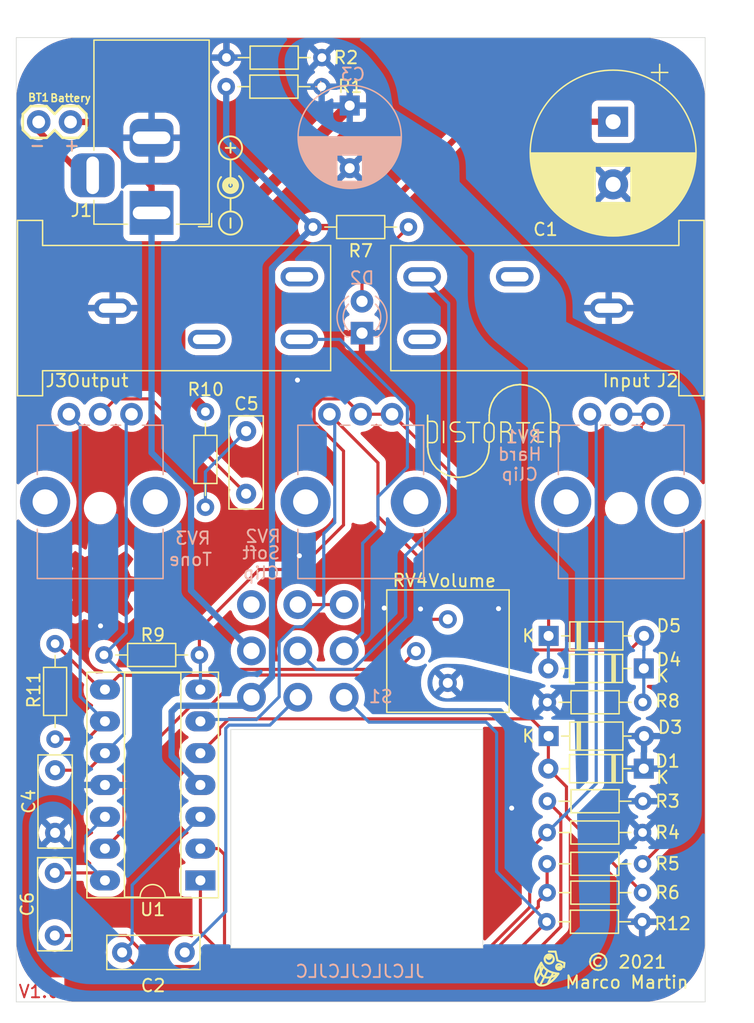
<source format=kicad_pcb>
(kicad_pcb (version 20221018) (generator pcbnew)
  (layers (0 "F.Cu" signal) (31 "B.Cu" signal) (34 "B.Paste" user) (35 "F.Paste" user) (36 "B.SilkS" user "B.Silkscreen") (37 "F.SilkS" user "F.Silkscreen") (38 "B.Mask" user) (39 "F.Mask" user) (44 "Edge.Cuts" user))
  (net 0 "")
  (net 1 "Net-(BT1-Pad2)")
  (net 2 "Net-(BT1-Pad1)")
  (net 3 "Net-(C1-Pad1)")
  (net 4 "Net-(C2-Pad2)")
  (net 5 "Net-(C2-Pad1)")
  (net 6 "GNDREF")
  (net 7 "Net-(C4-Pad1)")
  (net 8 "Net-(C5-Pad2)")
  (net 9 "Net-(C5-Pad1)")
  (net 10 "Net-(C6-Pad2)")
  (net 11 "Net-(C6-Pad1)")
  (net 12 "Net-(D1-Pad2)")
  (net 13 "Net-(D2-Pad2)")
  (net 14 "Net-(D4-Pad2)")
  (net 15 "Net-(D4-Pad1)")
  (net 16 "Net-(J2-PadT)")
  (net 17 "GND")
  (net 18 "Net-(J3-PadT)")
  (net 19 "Net-(R4-Pad2)")
  (net 20 "Net-(R5-Pad2)")
  (net 21 "Net-(R5-Pad1)")
  (net 22 "Net-(R11-Pad2)")
  (net 23 "Net-(R11-Pad1)")
  (net 24 "Net-(RV4-Pad2)")
  (net 25 "Net-(S1-PadP$6)")
  (net 26 "Net-(S1-PadP$3)")
  (footprint "Connectors:1X02" (layer "F.Cu") (at 68.33 72.74 180)
    (fp_text reference "BT1")
    (fp_text value "Battery")
  )
  (footprint "Capacitor_THT:CP_Radial_D13.0mm_P5.00mm" (layer "F.Cu") (at 111.65 72.72 -90)
    (fp_text reference "C1")
    (fp_text value "3300u")
  )
  (footprint "Capacitor_THT:C_Rect_L7.2mm_W2.5mm_P5.00mm_FKS2_FKP2_MKS2_MKP2" (layer "F.Cu") (at 72.45 139.05)
    (fp_text reference "C2")
    (fp_text value "1u")
  )
  (footprint "Capacitor_THT:C_Rect_L7.2mm_W2.5mm_P5.00mm_FKS2_FKP2_MKS2_MKP2" (layer "F.Cu") (at 67.1 124.5 -90)
    (fp_text reference "C4")
    (fp_text value "200n")
  )
  (footprint "Capacitor_THT:C_Rect_L7.2mm_W2.5mm_P5.00mm_FKS2_FKP2_MKS2_MKP2" (layer "F.Cu") (at 82.35 97.425 -90)
    (fp_text reference "C5")
    (fp_text value "200n")
  )
  (footprint "Capacitor_THT:C_Rect_L7.2mm_W2.5mm_P5.00mm_FKS2_FKP2_MKS2_MKP2" (layer "F.Cu") (at 67.075 137.7 90)
    (fp_text reference "C6")
    (fp_text value "1u")
  )
  (footprint "Diode_THT:D_DO-35_SOD27_P7.62mm_Horizontal" (layer "F.Cu") (at 114.1 124.375 180)
    (fp_text reference "D1")
    (fp_text value "1N4148")
  )
  (footprint "Diode_THT:D_DO-35_SOD27_P7.62mm_Horizontal" (layer "F.Cu") (at 106.5 121.775)
    (fp_text reference "D3")
    (fp_text value "1N4148")
  )
  (footprint "Diode_THT:D_DO-35_SOD27_P7.62mm_Horizontal" (layer "F.Cu") (at 114.1 116.375 180)
    (fp_text reference "D4")
    (fp_text value "1N4148")
  )
  (footprint "Diode_THT:D_DO-35_SOD27_P7.62mm_Horizontal" (layer "F.Cu") (at 106.5 113.775)
    (fp_text reference "D5")
    (fp_text value "1N4148")
  )
  (footprint "Connector_BarrelJack:BarrelJack_Horizontal" (layer "F.Cu") (at 74.8 80 -90)
    (fp_text reference "J1")
    (fp_text value "Barrel_Jack_Switch")
  )
  (footprint "Eurorack:Jack 6.35mm PJ603" (layer "F.Cu") (at 106.2 87.6 180)
    (fp_text reference "J2")
    (fp_text value "AudioJack2")
  )
  (footprint "Eurorack:Jack 6.35mm PJ603" (layer "F.Cu") (at 76.8 87.6)
    (fp_text reference "J3")
    (fp_text value "AudioJack2")
  )
  (footprint "Resistor_THT:R_Axial_DIN0204_L3.6mm_D1.6mm_P7.62mm_Horizontal" (layer "F.Cu") (at 80.76 69.92)
    (fp_text reference "R1")
    (fp_text value "4.8k")
  )
  (footprint "Resistor_THT:R_Axial_DIN0204_L3.6mm_D1.6mm_P7.62mm_Horizontal" (layer "F.Cu") (at 88.4 67.6 180)
    (fp_text reference "R2")
    (fp_text value "4.8k")
  )
  (footprint "Resistor_THT:R_Axial_DIN0204_L3.6mm_D1.6mm_P7.62mm_Horizontal" (layer "F.Cu") (at 106.4 126.975)
    (fp_text reference "R3")
    (fp_text value "10k")
  )
  (footprint "Resistor_THT:R_Axial_DIN0204_L3.6mm_D1.6mm_P7.62mm_Horizontal" (layer "F.Cu") (at 114 129.475 180)
    (fp_text reference "R4")
    (fp_text value "10k")
  )
  (footprint "Resistor_THT:R_Axial_DIN0204_L3.6mm_D1.6mm_P7.62mm_Horizontal" (layer "F.Cu") (at 114 131.975 180)
    (fp_text reference "R5")
    (fp_text value "68k")
  )
  (footprint "Resistor_THT:R_Axial_DIN0204_L3.6mm_D1.6mm_P7.62mm_Horizontal" (layer "F.Cu") (at 114 134.275 180)
    (fp_text reference "R6")
    (fp_text value "10k")
  )
  (footprint "Resistor_THT:R_Axial_DIN0204_L3.6mm_D1.6mm_P7.62mm_Horizontal" (layer "F.Cu") (at 87.69 81.13)
    (fp_text reference "R7")
    (fp_text value "1k")
  )
  (footprint "Resistor_THT:R_Axial_DIN0204_L3.6mm_D1.6mm_P7.62mm_Horizontal" (layer "F.Cu") (at 106.4 119.075)
    (fp_text reference "R8")
    (fp_text value "10k")
  )
  (footprint "Resistor_THT:R_Axial_DIN0204_L3.6mm_D1.6mm_P7.62mm_Horizontal" (layer "F.Cu") (at 71 115.3)
    (fp_text reference "R9")
    (fp_text value "1k")
  )
  (footprint "Resistor_THT:R_Axial_DIN0204_L3.6mm_D1.6mm_P7.62mm_Horizontal" (layer "F.Cu") (at 79.1 95.875 -90)
    (fp_text reference "R10")
    (fp_text value "220")
  )
  (footprint "Resistor_THT:R_Axial_DIN0204_L3.6mm_D1.6mm_P7.62mm_Horizontal" (layer "F.Cu") (at 67.1 114.4 -90)
    (fp_text reference "R11")
    (fp_text value "1k")
  )
  (footprint "Resistor_THT:R_Axial_DIN0204_L3.6mm_D1.6mm_P7.62mm_Horizontal" (layer "F.Cu") (at 106.35 136.6)
    (fp_text reference "R12")
    (fp_text value "10k")
  )
  (footprint "Potentiometer_THT:Potentiometer_Bourns_3386P_Vertical" (layer "F.Cu") (at 98.45 112.45 180)
    (fp_text reference "RV4")
    (fp_text value "100k")
  )
  (footprint "Package_DIP:DIP-14_W7.62mm_Socket_LongPads" (layer "F.Cu") (at 78.7 133.3 180)
    (fp_text reference "U1")
    (fp_text value "TL074")
  )
  (footprint "Symbol:OSHW-Symbol_6.7x6mm_Copper" (layer "F.Cu") (at 70.7 109.325)
    (fp_text reference "REF**" hide)
    (fp_text value "OSHW-Symbol_6.7x6mm_Copper" hide)
  )
  (footprint "Symbol:Symbol_Barrel_Polarity" (layer "F.Cu") (at 81.03 77.81 90)
    (fp_text reference "REF**" hide)
    (fp_text value "Symbol_Barrel_Polarity")
  )
  (footprint "MountingHole:MountingHole_2.1mm" (layer "F.Cu") (at 91.5 103.575)
    (fp_text reference "REF**" hide)
    (fp_text value "MountingHole_2.1mm" hide)
  )
  (footprint "MountingHole:MountingHole_2.1mm" (layer "F.Cu") (at 70.7 103.575)
    (fp_text reference "REF**" hide)
    (fp_text value "MountingHole_2.1mm" hide)
  )
  (footprint "MountingHole:MountingHole_2.1mm" (layer "F.Cu") (at 112.3 103.575)
    (fp_text reference "REF**" hide)
    (fp_text value "MountingHole_2.1mm" hide)
  )
  (footprint "Capacitor_THT:CP_Radial_D8.0mm_P5.00mm" (layer "B.Cu") (at 90.62 71.43 -90)
    (fp_text reference "C3")
    (fp_text value "47u")
  )
  (footprint "LED_THT:LED_D3.0mm" (layer "B.Cu") (at 91.6 89.6 90)
    (fp_text reference "D2")
    (fp_text value "LED")
  )
  (footprint "Potentiometer_THT:Potentiometer_Alps_RK09K_Single_Vertical" (layer "B.Cu") (at 114.8 96.075 -90)
    (fp_text reference "RV1")
    (fp_text value "500k")
  )
  (footprint "Potentiometer_THT:Potentiometer_Alps_RK09K_Single_Vertical" (layer "B.Cu") (at 94 96.075 -90)
    (fp_text reference "RV2")
    (fp_text value "500k")
  )
  (footprint "Potentiometer_THT:Potentiometer_Alps_RK09K_Single_Vertical" (layer "B.Cu") (at 73.2 96.075 -90)
    (fp_text reference "RV3")
    (fp_text value "10k")
  )
  (footprint "Eurorack:3PDT_Small" (layer "B.Cu") (at 86.475 114.975)
    (fp_text reference "S1")
    (fp_text value "SWITCH-3PDT-PTH-STOMP")
  )
  (gr_line (start 99.583576 98.222481) (end 99.435 98.25255) (stroke (width 0.126)) (layer "F.SilkS"))
  (gr_line (start 99.04683 97.485) (end 99.435 97.485) (stroke (width 0.126)) (layer "F.SilkS"))
  (gr_line (start 99.435 97.485) (end 99.583566 97.515065) (stroke (width 0.126)) (layer "F.SilkS"))
  (gr_line (start 99.786126 98.018424) (end 99.70464 98.140384) (stroke (width 0.126)) (layer "F.SilkS"))
  (gr_line (start 99.583566 97.515065) (end 99.70463 97.597155) (stroke (width 0.126)) (layer "F.SilkS"))
  (gr_line (start 99.786121 97.719109) (end 99.815967 97.868766) (stroke (width 0.126)) (layer "F.SilkS"))
  (gr_line (start 99.435 98.25255) (end 99.04683 98.25255) (stroke (width 0.126)) (layer "F.SilkS"))
  (gr_line (start 99.815967 97.868766) (end 99.786126 98.018424) (stroke (width 0.126)) (layer "F.SilkS"))
  (gr_line (start 99.70463 97.597155) (end 99.786121 97.719109) (stroke (width 0.126)) (layer "F.SilkS"))
  (gr_line (start 99.70464 98.140384) (end 99.583576 98.222481) (stroke (width 0.126)) (layer "F.SilkS"))
  (gr_line (start 101.479616 98.19281) (end 101.397519 98.071746) (stroke (width 0.126)) (layer "F.SilkS"))
  (gr_line (start 102.10917 96.976081) (end 102.139239 97.124657) (stroke (width 0.126)) (layer "F.SilkS"))
  (gr_line (start 101.371689 97.512827) (end 101.371689 97.124657) (stroke (width 0.126)) (layer "F.SilkS"))
  (gr_line (start 101.751234 98.304137) (end 101.601576 98.274296) (stroke (width 0.126)) (layer "F.SilkS"))
  (gr_line (start 101.371689 97.124657) (end 101.401754 96.976091) (stroke (width 0.126)) (layer "F.SilkS"))
  (gr_line (start 101.905113 96.773531) (end 102.027073 96.855017) (stroke (width 0.126)) (layer "F.SilkS"))
  (gr_line (start 102.022845 98.1928) (end 101.900891 98.274291) (stroke (width 0.126)) (layer "F.SilkS"))
  (gr_line (start 101.36745 97.92317) (end 101.36745 97.535) (stroke (width 0.126)) (layer "F.SilkS"))
  (gr_line (start 101.401754 96.976091) (end 101.483844 96.855027) (stroke (width 0.126)) (layer "F.SilkS"))
  (gr_line (start 101.605798 96.773536) (end 101.755455 96.74369) (stroke (width 0.126)) (layer "F.SilkS"))
  (gr_line (start 102.135 97.92317) (end 102.104935 98.071736) (stroke (width 0.126)) (layer "F.SilkS"))
  (gr_line (start 102.139239 97.124657) (end 102.139239 97.512827) (stroke (width 0.126)) (layer "F.SilkS"))
  (gr_line (start 101.900891 98.274291) (end 101.751234 98.304137) (stroke (width 0.126)) (layer "F.SilkS"))
  (gr_line (start 101.755455 96.74369) (end 101.905113 96.773531) (stroke (width 0.126)) (layer "F.SilkS"))
  (gr_line (start 102.104935 98.071736) (end 102.022845 98.1928) (stroke (width 0.126)) (layer "F.SilkS"))
  (gr_line (start 101.601576 98.274296) (end 101.479616 98.19281) (stroke (width 0.126)) (layer "F.SilkS"))
  (gr_line (start 101.483844 96.855027) (end 101.605798 96.773536) (stroke (width 0.126)) (layer "F.SilkS"))
  (gr_line (start 101.397519 98.071746) (end 101.36745 97.92317) (stroke (width 0.126)) (layer "F.SilkS"))
  (gr_line (start 102.135 97.535) (end 102.135 97.92317) (stroke (width 0.126)) (layer "F.SilkS"))
  (gr_line (start 102.027073 96.855017) (end 102.10917 96.976081) (stroke (width 0.126)) (layer "F.SilkS"))
  (gr_line (start 102.171993 94.784573) (end 102.471303 94.42151) (stroke (width 0.126)) (layer "F.SilkS"))
  (gr_line (start 107.116242 96.756977) (end 107.237306 96.839067) (stroke (width 0.126)) (layer "F.SilkS"))
  (gr_line (start 107.237473 97.607397) (end 107.318986 97.729351) (stroke (width 0.126)) (layer "F.SilkS"))
  (gr_line (start 106.107715 141.675941) (end 106.014461 141.689044) (stroke (width 0.165375)) (layer "F.SilkS"))
  (gr_line (start 97.221064 96.640631) (end 97.370704 96.668808) (stroke (width 0.126)) (layer "F.SilkS"))
  (gr_line (start 105.166211 93.896368) (end 105.583303 94.1222) (stroke (width 0.126)) (layer "F.SilkS"))
  (gr_line (start 107.116304 97.525307) (end 107.237473 97.607397) (stroke (width 0.126)) (layer "F.SilkS"))
  (gr_line (start 106.640975 139.278227) (end 106.67635 139.330643) (stroke (width 0.165375)) (layer "F.SilkS"))
  (gr_line (start 106.67635 139.330643) (end 106.689338 139.378838) (stroke (width 0.165375)) (layer "F.SilkS"))
  (gr_line (start 106.689338 139.394892) (end 106.689338 139.394892) (stroke (width 0.165375)) (layer "F.SilkS"))
  (gr_line (start 106.34686 139.875582) (end 106.293709 139.831713) (stroke (width 0.165375)) (layer "F.SilkS"))
  (gr_line (start 103.351793 97.581587) (end 103.433305 97.703541) (stroke (width 0.126)) (layer "F.SilkS"))
  (gr_line (start 107.514313 140.330285) (end 107.486971 140.363433) (stroke (width 0.165375)) (layer "F.SilkS"))
  (gr_line (start 105.705077 140.212485) (end 105.80044 140.047499) (stroke (width 0.165375)) (layer "F.SilkS"))
  (gr_line (start 103.230624 97.499497) (end 103.351793 97.581587) (stroke (width 0.126)) (layer "F.SilkS"))
  (gr_line (start 107.221352 140.738619) (end 107.281507 140.744321) (stroke (width 0.165375)) (layer "F.SilkS"))
  (gr_line (start 107.333335 140.216129) (end 107.343373 140.216129) (stroke (width 0.165375)) (layer "F.SilkS"))
  (gr_line (start 107.416001 140.391584) (end 107.383357 140.413634) (stroke (width 0.165375)) (layer "F.SilkS"))
  (gr_line (start 107.224943 140.778782) (end 107.114252 140.842464) (stroke (width 0.165375)) (layer "F.SilkS"))
  (gr_line (start 98.876091 97.443246) (end 98.755027 97.361156) (stroke (width 0.126)) (layer "F.SilkS"))
  (gr_line (start 105.932601 139.92531) (end 106.010474 140.069906) (stroke (width 0.165375)) (layer "F.SilkS"))
  (gr_line (start 106.845935 139.77851) (end 106.802014 139.831713) (stroke (width 0.165375)) (layer "F.SilkS"))
  (gr_line (start 106.410148 141.56816) (end 106.306128 141.615728) (stroke (width 0.165375)) (layer "F.SilkS"))
  (gr_line (start 97.261317 100.035) (end 97.035485 99.617908) (stroke (width 0.126)) (layer "F.SilkS"))
  (gr_line (start 104.704813 93.753738) (end 105.166211 93.896368) (stroke (width 0.126)) (layer "F.SilkS"))
  (gr_line (start 107.764685 139.892844) (end 107.726402 140.222796) (stroke (width 0.165375)) (layer "F.SilkS"))
  (gr_line (start 105.30402 97.141215) (end 105.333861 96.991557) (stroke (width 0.126)) (layer "F.SilkS"))
  (gr_line (start 106.195728 139.65) (end 106.188437 139.595652) (stroke (width 0.165375)) (layer "F.SilkS"))
  (gr_line (start 105.415357 98.174826) (end 105.333866 98.052872) (stroke (width 0.126)) (layer "F.SilkS"))
  (gr_line (start 106.52978 139.936986) (end 106.475432 139.929636) (stroke (width 0.165375)) (layer "F.SilkS"))
  (gr_line (start 107.065154 141.026869) (end 106.955209 141.148549) (stroke (width 0.165375)) (layer "F.SilkS"))
  (gr_line (start 96.86 96.647771) (end 97.221064 96.640631) (stroke (width 0.126)) (layer "F.SilkS"))
  (gr_line (start 106.547893 139.218135) (end 106.565953 139.218135) (stroke (width 0.165375)) (layer "F.SilkS"))
  (gr_line (start 103.230562 97.438568) (end 103.081997 97.468633) (stroke (width 0.126)) (layer "F.SilkS"))
  (gr_line (start 100.672627 100.697373) (end 100.255535 100.923205) (stroke (width 0.126)) (layer "F.SilkS"))
  (gr_line (start 97.221064 98.348258) (end 96.837298 98.341091) (stroke (width 0.126)) (layer "F.SilkS"))
  (gr_line (start 106.475432 139.225422) (end 106.52978 139.218135) (stroke (width 0.165375)) (layer "F.SilkS"))
  (gr_line (start 98.755017 96.817927) (end 98.876081 96.73583) (stroke (width 0.126)) (layer "F.SilkS"))
  (gr_line (start 97.560627 100.398063) (end 97.261317 100.035) (stroke (width 0.126)) (layer "F.SilkS"))
  (gr_line (start 107.104729 140.193806) (end 107.109233 140.159954) (stroke (width 0.165375)) (layer "F.SilkS"))
  (gr_line (start 101.753167 98.341091) (end 101.753167 98.660531) (stroke (width 0.126)) (layer "F.SilkS"))
  (gr_line (start 106.359334 139.410905) (end 106.359334 139.394892) (stroke (width 0.165375)) (layer "F.SilkS"))
  (gr_line (start 106.292456 141.050055) (end 106.182284 141.020888) (stroke (width 0.165375)) (layer "F.SilkS"))
  (gr_line (start 106.359334 139.394892) (end 106.359334 139.378838) (stroke (width 0.165375)) (layer "F.SilkS"))
  (gr_line (start 107.534998 140.117912) (end 107.548049 140.159954) (stroke (width 0.165375)) (layer "F.SilkS"))
  (gr_line (start 105.333861 96.991557) (end 105.415347 96.869597) (stroke (width 0.126)) (layer "F.SilkS"))
  (gr_line (start 101.560832 99.617908) (end 101.335 100.035) (stroke (width 0.126)) (layer "F.SilkS"))
  (gr_line (start 106.614138 95.663063) (end 106.663843 96.159041) (stroke (width 0.126)) (layer "F.SilkS"))
  (gr_line (start 98.673531 96.939887) (end 98.755017 96.817927) (stroke (width 0.126)) (layer "F.SilkS"))
  (gr_line (start 106.205126 141.65156) (end 106.107715 141.675941) (stroke (width 0.165375)) (layer "F.SilkS"))
  (gr_line (start 103.081997 97.468633) (end 102.693827 97.468622) (stroke (width 0.126)) (layer "F.SilkS"))
  (gr_line (start 107.318986 97.729351) (end 107.348644 97.879007) (stroke (width 0.126)) (layer "F.SilkS"))
  (gr_line (start 102.784817 97.469431) (end 103.081997 97.469431) (stroke (width 0.126)) (layer "F.SilkS"))
  (gr_line (start 101.703462 99.15651) (end 101.560832 99.617908) (stroke (width 0.126)) (layer "F.SilkS"))
  (gr_line (start 101.753827 96.685) (end 101.753827 96.159041) (stroke (width 0.126)) (layer "F.SilkS"))
  (gr_line (start 106.748873 139.279487) (end 106.802014 139.323408) (stroke (width 0.165375)) (layer "F.SilkS"))
  (gr_line (start 106.822016 140.976056) (end 106.679993 141.020602) (stroke (width 0.165375)) (layer "F.SilkS"))
  (gr_line (start 106.273259 140.378543) (end 106.4359 140.495208) (stroke (width 0.165375)) (layer "F.SilkS"))
  (gr_line (start 105.848234 140.34698) (end 105.864242 140.139563) (stroke (width 0.165375)) (layer "F.SilkS"))
  (gr_line (start 101.946161 95.201665) (end 102.171993 94.784573) (stroke (width 0.126)) (layer "F.SilkS"))
  (gr_line (start 106.52431 139.559879) (end 106.508245 139.559879) (stroke (width 0.165375)) (layer "F.SilkS"))
  (gr_line (start 107.104729 140.205135) (end 107.104729 140.193806) (stroke (width 0.165375)) (layer "F.SilkS"))
  (gr_line (start 105.536421 98.256916) (end 105.415357 98.174826) (stroke (width 0.126)) (layer "F.SilkS"))
  (gr_line (start 105.428393 141.142567) (end 105.430045 141.035128) (stroke (width 0.165375)) (layer "F.SilkS"))
  (gr_line (start 98.755027 97.361156) (end 98.673536 97.239202) (stroke (width 0.126)) (layer "F.SilkS"))
  (gr_line (start 107.248579 140.358887) (end 107.240546 140.328857) (stroke (width 0.165375)) (layer "F.SilkS"))
  (gr_line (start 107.33995 139.981191) (end 107.373791 139.985696) (stroke (width 0.165375)) (layer "F.SilkS"))
  (gr_line (start 97.574758 96.872481) (end 97.60483 97.021601) (stroke (width 0.126)) (layer "F.SilkS"))
  (gr_line (start 106.245676 94.784573) (end 106.471508 95.201665) (stroke (width 0.126)) (layer "F.SilkS"))
  (gr_line (start 99.794137 101.065835) (end 99.298159 101.115539) (stroke (width 0.126)) (layer "F.SilkS"))
  (gr_line (start 106.407926 139.908741) (end 106.34686 139.875582) (stroke (width 0.165375)) (layer "F.SilkS"))
  (gr_line (start 106.412369 140.508596) (end 105.817245 141.675315) (stroke (width 0.165375)) (layer "F.SilkS"))
  (gr_line (start 107.548049 140.250254) (end 107.534998 140.292296) (stroke (width 0.165375)) (layer "F.SilkS"))
  (gr_line (start 101.753167 98.660531) (end 101.703462 99.15651) (stroke (width 0.126)) (layer "F.SilkS"))
  (gr_line (start 102.171987 94.784573) (end 101.946155 95.201665) (stroke (width 0.126)) (layer "F.SilkS"))
  (gr_line (start 101.753167 98.660531) (end 101.703462 99.15651) (stroke (width 0.126)) (layer "F.SilkS"))
  (gr_line (start 101.803525 95.663063) (end 101.753821 96.159041) (stroke (width 0.126)) (layer "F.SilkS"))
  (gr_line (start 96.892855 99.15651) (end 96.843151 98.660531) (stroke (width 0.126)) (layer "F.SilkS"))
  (gr_line (start 105.925937 141.691037) (end 105.842766 141.682093) (stroke (width 0.165375)) (layer "F.SilkS"))
  (gr_line (start 107.317343 139.981191) (end 107.328673 139.981191) (stroke (width 0.165375)) (layer "F.SilkS"))
  (gr_line (start 105.559074 140.519306) (end 105.624812 140.369817) (stroke (width 0.165375)) (layer "F.SilkS"))
  (gr_line (start 101.03569 100.398063) (end 100.672627 100.697373) (stroke (width 0.126)) (layer "F.SilkS"))
  (gr_line (start 107.281507 140.744321) (end 107.255582 140.781911) (stroke (width 0.165375)) (layer "F.SilkS"))
  (gr_poly (pts (xy 106.689338 139.378838) (xy 106.52431 139.559879) (xy 106.508245 139.559879) (xy 106.35 139.4) (xy 106.508245 139.229927)) (stroke (width 0.1)) (fill solid) (layer "F.SilkS"))
  (gr_line (start 105.30402 97.903215) (end 105.333861 97.753557) (stroke (width 0.126)) (layer "F.SilkS"))
  (gr_line (start 105.624812 140.369817) (end 105.705077 140.212485) (stroke (width 0.165375)) (layer "F.SilkS"))
  (gr_line (start 105.630851 141.591802) (end 105.574682 141.541159) (stroke (width 0.165375)) (layer "F.SilkS"))
  (gr_line (start 107.283491 140.424512) (end 107.241449 140.41146) (stroke (width 0.165375)) (layer "F.SilkS"))
  (gr_line (start 106.820819 140.660405) (end 107.04196 140.711792) (stroke (width 0.165375)) (layer "F.SilkS"))
  (gr_line (start 103.251458 93.896368) (end 103.712856 93.753738) (stroke (width 0.126)) (layer "F.SilkS"))
  (gr_line (start 103.081997 96.701101) (end 103.230562 96.731167) (stroke (width 0.126)) (layer "F.SilkS"))
  (gr_line (start 98.340782 100.923205) (end 97.92369 100.697373) (stroke (width 0.126)) (layer "F.SilkS"))
  (gr_line (start 97.261317 100.035) (end 97.035485 99.617908) (stroke (width 0.126)) (layer "F.SilkS"))
  (gr_line (start 107.415823 139.998747) (end 107.453822 140.019432) (stroke (width 0.165375)) (layer "F.SilkS"))
  (gr_line (start 106.413396 141.058883) (end 106.292456 141.050055) (stroke (width 0.165375)) (layer "F.SilkS"))
  (gr_line (start 105.415357 97.412826) (end 105.333866 97.290872) (stroke (width 0.126)) (layer "F.SilkS"))
  (gr_line (start 106.679993 141.020602) (end 106.543168 141.04863) (stroke (width 0.165375)) (layer "F.SilkS"))
  (gr_line (start 98.673536 97.239202) (end 98.64369 97.089545) (stroke (width 0.126)) (layer "F.SilkS"))
  (gr_line (start 100.255535 100.923205) (end 99.794137 101.065835) (stroke (width 0.126)) (layer "F.SilkS"))
  (gr_line (start 106.90735 139.577592) (end 106.90735 139.595652) (stroke (width 0.165375)) (layer "F.SilkS"))
  (gr_line (start 106.967336 140.916237) (end 106.822016 140.976056) (stroke (width 0.165375)) (layer "F.SilkS"))
  (gr_line (start 107.204951 139.689522) (end 107.764685 139.892844) (stroke (width 0.165375)) (layer "F.SilkS"))
  (gr_line (start 107.486971 140.046774) (end 107.514313 140.079923) (stroke (width 0.165375)) (layer "F.SilkS"))
  (gr_line (start 106.565953 139.218135) (end 106.620301 139.225422) (stroke (width 0.165375)) (layer "F.SilkS"))
  (gr_line (start 106.188437 139.55948) (end 106.195728 139.505132) (stroke (width 0.165375)) (layer "F.SilkS"))
  (gr_line (start 105.684987 97.519431) (end 106.073157 97.519431) (stroke (width 0.126)) (layer "F.SilkS"))
  (gr_line (start 97.035485 99.617908) (end 96.892855 99.15651) (stroke (width 0.126)) (layer "F.SilkS"))
  (gr_line (start 107.20346 140.019432) (end 107.241449 139.998747) (stroke (width 0.165375)) (layer "F.SilkS"))
  (gr_line (start 104.208829 93.704033) (end 103.71285 93.753738) (stroke (width 0.126)) (layer "F.SilkS"))
  (gr_line (start 107.14297 140.079923) (end 107.170312 140.046774) (stroke (width 0.165375)) (layer "F.SilkS"))
  (gr_line (start 106.521401 138.98241) (end 107.048785 138.988332) (stroke (width 0.165375)) (layer "F.SilkS"))
  (gr_line (start 106.687805 139.246338) (end 106.748873 139.279487) (stroke (width 0.165375)) (layer "F.SilkS"))
  (gr_line (start 106.640975 139.511568) (end 106.588507 139.54688) (stroke (width 0.165375)) (layer "F.SilkS"))
  (gr_line (start 106.689338 139.378838) (end 106.689338 139.394892) (stroke (width 0.165375)) (layer "F.SilkS"))
  (gr_line (start 107.548049 140.159954) (end 107.552596 140.193806) (stroke (width 0.165375)) (layer "F.SilkS"))
  (gr_line (start 106.516561 141.508745) (end 106.410148 141.56816) (stroke (width 0.165375)) (layer "F.SilkS"))
  (gr_line (start 107.343373 140.421719) (end 107.333335 140.421719) (stroke (width 0.165375)) (layer "F.SilkS"))
  (gr_line (start 106.216634 139.437627) (end 106.249788 139.37657) (stroke (width 0.165375)) (layer "F.SilkS"))
  (gr_line (start 97.60483 97.967291) (end 97.574759 98.116413) (stroke (width 0.126)) (layer "F.SilkS"))
  (gr_line (start 107.317343 140.429058) (end 107.283491 140.424512) (stroke (width 0.165375)) (layer "F.SilkS"))
  (gr_line (start 103.956477 96.757431) (end 104.972487 96.757431) (stroke (width 0.126)) (layer "F.SilkS"))
  (gr_line (start 105.684987 97.524981) (end 105.536421 97.494916) (stroke (width 0.126)) (layer "F.SilkS"))
  (gr_line (start 106.249788 139.77851) (end 106.216634 139.717452) (stroke (width 0.165375)) (layer "F.SilkS"))
  (gr_line (start 106.407926 139.246338) (end 106.475432 139.225422) (stroke (width 0.165375)) (layer "F.SilkS"))
  (gr_line (start 103.71285 93.753738) (end 103.251452 93.896368) (stroke (width 0.126)) (layer "F.SilkS"))
  (gr_line (start 103.251452 93.896368) (end 102.83436 94.1222) (stroke (width 0.126)) (layer "F.SilkS"))
  (gr_line (start 106.748873 139.875582) (end 106.687805 139.908741) (stroke (width 0.165375)) (layer "F.SilkS"))
  (gr_line (start 107.122285 140.117912) (end 107.14297 140.079923) (stroke (width 0.165375)) (layer "F.SilkS"))
  (gr_line (start 97.574759 98.116413) (end 97.49266 98.238404) (stroke (width 0.126)) (layer "F.SilkS"))
  (gr_line (start 100.672627 100.697373) (end 100.255535 100.923205) (stroke (width 0.126)) (layer "F.SilkS"))
  (gr_line (start 103.351626 96.813257) (end 103.433117 96.935211) (stroke (width 0.126)) (layer "F.SilkS"))
  (gr_line (start 106.195728 139.505132) (end 106.216634 139.437627) (stroke (width 0.165375)) (layer "F.SilkS"))
  (gr_line (start 107.260874 140.756049) (end 107.224943 140.778782) (stroke (width 0.165375)) (layer "F.SilkS"))
  (gr_line (start 105.583297 94.1222) (end 105.166205 93.896368) (stroke (width 0.126)) (layer "F.SilkS"))
  (gr_line (start 106.565953 139.936986) (end 106.547893 139.936986) (stroke (width 0.165375)) (layer "F.SilkS"))
  (gr_line (start 106.293709 139.831713) (end 106.249788 139.77851) (stroke (width 0.165375)) (layer "F.SilkS"))
  (gr_line (start 107.446136 140.318892) (end 107.446136 140.328857) (stroke (width 0.165375)) (layer "F.SilkS"))
  (gr_line (start 107.270618 140.246201) (end 107.303326 140.224161) (stroke (width 0.165375)) (layer "F.SilkS"))
  (gr_line (start 99.024657 97.473311) (end 98.876091 97.443246) (stroke (width 0.126)) (layer "F.SilkS"))
  (gr_line (start 106.24567 94.784573) (end 105.94636 94.42151) (stroke (width 0.126)) (layer "F.SilkS"))
  (gr_line (start 107.303326 140.413634) (end 107.270618 140.391584) (stroke (width 0.165375)) (layer "F.SilkS"))
  (gr_line (start 97.92369 100.697373) (end 97.560627 100.398063) (stroke (width 0.126)) (layer "F.SilkS"))
  (gr_line (start 105.885034 140.675157) (end 105.855754 140.525049) (stroke (width 0.165375)) (layer "F.SilkS"))
  (gr_line (start 105.892896 139.960632) (end 105.905598 139.901664) (stroke (width 0.165375)) (layer "F.SilkS"))
  (gr_line (start 106.689338 139.410905) (end 106.67635 139.45911) (stroke (width 0.165375)) (layer "F.SilkS"))
  (gr_line (start 107.240546 140.318892) (end 107.240546 140.318892) (stroke (width 0.165375)) (layer "F.SilkS"))
  (gr_line (start 106.084586 140.970071) (end 106.001245 140.896361) (stroke (width 0.165375)) (layer "F.SilkS"))
  (gr_line (start 106.90735 139.595652) (end 106.9 139.65) (stroke (width 0.165375)) (layer "F.SilkS"))
  (gr_line (start 106.588507 139.242863) (end 106.640975 139.278227) (stroke (width 0.165375)) (layer "F.SilkS"))
  (gr_line (start 103.433305 97.703541) (end 103.462964 97.853197) (stroke (width 0.126)) (layer "F.SilkS"))
  (gr_line (start 105.94636 94.42151) (end 105.583297 94.1222) (stroke (width 0.126)) (layer "F.SilkS"))
  (gr_line (start 104.208835 93.704033) (end 104.704813 93.753738) (stroke (width 0.126)) (layer "F.SilkS"))
  (gr_line (start 97.035485 99.617908) (end 96.892855 99.15651) (stroke (width 0.126)) (layer "F.SilkS"))
  (gr_line (start 106.010474 140.069906) (end 106.131242 140.237255) (stroke (width 0.165375)) (layer "F.SilkS"))
  (gr_line (start 106.372265 139.45911) (end 106.359334 139.410905) (stroke (width 0.165375)) (layer "F.SilkS"))
  (gr_line (start 105.583303 94.1222) (end 105.946366 94.42151) (stroke (width 0.126)) (layer "F.SilkS"))
  (gr_line (start 102.471297 94.42151) (end 102.171987 94.784573) (stroke (width 0.126)) (layer "F.SilkS"))
  (gr_line (start 105.934139 140.79849) (end 105.885034 140.675157) (stroke (width 0.165375)) (layer "F.SilkS"))
  (gr_line (start 107.348644 97.110677) (end 107.318798 97.260331) (stroke (width 0.126)) (layer "F.SilkS"))
  (gr_line (start 106.620301 139.929636) (end 106.565953 139.936986) (stroke (width 0.165375)) (layer "F.SilkS"))
  (gr_line (start 106.614132 95.663063) (end 106.471502 95.201665) (stroke (width 0.126)) (layer "F.SilkS"))
  (gr_line (start 106.664167 97.495241) (end 106.967677 97.495241) (stroke (width 0.126)) (layer "F.SilkS"))
  (gr_line (start 107.534998 140.292296) (end 107.514313 140.330285) (stroke (width 0.165375)) (layer "F.SilkS"))
  (gr_line (start 107.416001 140.246201) (end 107.438051 140.278856) (stroke (width 0.165375)) (layer "F.SilkS"))
  (gr_line (start 106.46005 139.54688) (end 106.407641 139.511568) (stroke (width 0.165375)) (layer "F.SilkS"))
  (gr_line (start 105.166205 93.896368) (end 104.704807 93.753738) (stroke (width 0.126)) (layer "F.SilkS"))
  (gr_line (start 105.536421 97.494916) (end 105.415357 97.412826) (stroke (width 0.126)) (layer "F.SilkS"))
  (gr_line (start 106.073157 98.286981) (end 105.684987 98.286981) (stroke (width 0.126)) (layer "F.SilkS"))
  (gr_line (start 106.879094 139.717452) (end 106.845935 139.77851) (stroke (width 0.165375)) (layer "F.SilkS"))
  (gr_line (start 106.4359 140.495208) (end 106.618642 140.588679) (stroke (width 0.165375)) (layer "F.SilkS"))
  (gr_line (start 105.684987 96.757431) (end 106.073157 96.757431) (stroke (width 0.126)) (layer "F.SilkS"))
  (gr_line (start 97.49266 98.238404) (end 97.370705 98.320081) (stroke (width 0.126)) (layer "F.SilkS"))
  (gr_line (start 106.689338 139.394892) (end 106.689338 139.410905) (stroke (width 0.165375)) (layer "F.SilkS"))
  (gr_line (start 100.483507 96.735) (end 100.483507 98.341091) (stroke (width 0.126)) (layer "F.SilkS"))
  (gr_line (start 106.687805 139.908741) (end 106.620301 139.929636) (stroke (width 0.165375)) (layer "F.SilkS"))
  (gr_line (start 105.415347 96.869597) (end 105.536411 96.7875) (stroke (width 0.126)) (layer "F.SilkS"))
  (gr_line (start 106.293709 139.323408) (end 106.34686 139.279487) (stroke (width 0.165375)) (layer "F.SilkS"))
  (gr_line (start 106.860236 140.685353) (end 106.424162 141.55745) (stroke (width 0.165375)) (layer "F.SilkS"))
  (gr_line (start 101.703462 99.15651) (end 101.560832 99.617908) (stroke (width 0.126)) (layer "F.SilkS"))
  (gr_line (start 105.864242 140.139563) (end 105.892896 139.960632) (stroke (width 0.165375)) (layer "F.SilkS"))
  (gr_line (start 107.343373 140.216129) (end 107.353337 140.216129) (stroke (width 0.165375)) (layer "F.SilkS"))
  (gr_line (start 98.876081 96.73583) (end 99.024657 96.705761) (stroke (width 0.126)) (layer "F.SilkS"))
  (gr_line (start 106.306128 141.615728) (end 106.205126 141.65156) (stroke (width 0.165375)) (layer "F.SilkS"))
  (gr_line (start 107.353337 140.216129) (end 107.383357 140.224161) (stroke (width 0.165375)) (layer "F.SilkS"))
  (gr_line (start 106.188437 139.595652) (end 106.188437 139.577592) (stroke (width 0.165375)) (layer "F.SilkS"))
  (gr_line (start 107.14297 140.330285) (end 107.122285 140.292296) (stroke (width 0.165375)) (layer "F.SilkS"))
  (gr_line (start 106.663836 96.159041) (end 106.614132 95.663063) (stroke (width 0.126)) (layer "F.SilkS"))
  (gr_line (start 102.693827 96.701101) (end 103.081997 96.701101) (stroke (width 0.126)) (layer "F.SilkS"))
  (gr_line (start 106.508245 139.229927) (end 106.52431 139.229927) (stroke (width 0.165375)) (layer "F.SilkS"))
  (gr_line (start 105.333866 98.052872) (end 105.30402 97.903215) (stroke (width 0.126)) (layer "F.SilkS"))
  (gr_line (start 106.663843 96.159041) (end 106.663836 98.660531) (stroke (width 0.126)) (layer "F.SilkS"))
  (gr_line (start 106.9 139.505132) (end 106.90735 139.55948) (stroke (width 0.165375)) (layer "F.SilkS"))
  (gr_line (start 107.20346 140.390775) (end 107.170312 140.363433) (stroke (width 0.165375)) (layer "F.SilkS"))
  (gr_line (start 107.255582 140.781911) (end 107.174113 140.892203) (stroke (width 0.165375)) (layer "F.SilkS"))
  (gr_line (start 107.048785 138.988332) (end 107.204951 139.689522) (stroke (width 0.165375)) (layer "F.SilkS"))
  (gr_line (start 107.446136 140.308865) (end 107.446136 140.318892) (stroke (width 0.165375)) (layer "F.SilkS"))
  (gr_line (start 106.372265 139.330643) (end 106.407641 139.278227) (stroke (width 0.165375)) (layer "F.SilkS"))
  (gr_line (start 107.04196 140.711792) (end 107.221352 140.738619) (stroke (width 0.165375)) (layer "F.SilkS"))
  (gr_line (start 103.433117 96.935211) (end 103.462964 97.084867) (stroke (width 0.126)) (layer "F.SilkS"))
  (gr_line (start 107.240546 140.318892) (end 107.240546 140.308865) (stroke (width 0.165375)) (layer "F.SilkS"))
  (gr_line (start 106.802014 139.831713) (end 106.748873 139.875582) (stroke (width 0.165375)) (layer "F.SilkS"))
  (gr_line (start 99.298159 101.115539) (end 98.80218 101.065835) (stroke (width 0.126)) (layer "F.SilkS"))
  (gr_line (start 105.415347 97.631597) (end 105.536411 97.5495) (stroke (width 0.126)) (layer "F.SilkS"))
  (gr_line (start 105.443375 140.918862) (end 105.468953 140.794049) (stroke (width 0.165375)) (layer "F.SilkS"))
  (gr_line (start 106.663836 98.660531) (end 106.663836 96.159041) (stroke (width 0.126)) (layer "F.SilkS"))
  (gr_line (start 101.803531 95.663063) (end 101.946161 95.201665) (stroke (width 0.126)) (layer "F.SilkS"))
  (gr_line (start 102.83436 94.1222) (end 102.471297 94.42151) (stroke (width 0.126)) (layer "F.SilkS"))
  (gr_line (start 105.457674 141.330327) (end 105.437793 141.241005) (stroke (width 0.165375)) (layer "F.SilkS"))
  (gr_line (start 107.104729 140.205135) (end 107.104729 140.205135) (stroke (width 0.165375)) (layer "F.SilkS"))
  (gr_line (start 105.430045 141.035128) (end 105.443375 140.918862) (stroke (width 0.165375)) (layer "F.SilkS"))
  (gr_line (start 106.845935 139.37657) (end 106.879094 139.437627) (stroke (width 0.165375)) (layer "F.SilkS"))
  (gr_line (start 96.892855 99.15651) (end 96.843151 98.660531) (stroke (width 0.126)) (layer "F.SilkS"))
  (gr_line (start 105.855754 140.525049) (end 105.848234 140.34698) (stroke (width 0.165375)) (layer "F.SilkS"))
  (gr_line (start 106.967677 97.494431) (end 106.66 97.494431) (stroke (width 0.126)) (layer "F.SilkS"))
  (gr_line (start 106.685 96.726911) (end 106.967677 96.726911) (stroke (width 0.126)) (layer "F.SilkS"))
  (gr_line (start 98.80218 101.065835) (end 98.340782 100.923205) (stroke (width 0.126)) (layer "F.SilkS"))
  (gr_line (start 106.879094 139.437627) (end 106.9 139.505132) (stroke (width 0.165375)) (layer "F.SilkS"))
  (gr_line (start 107.328673 139.981191) (end 107.33995 139.981191) (stroke (width 0.165375)) (layer "F.SilkS"))
  (gr_line (start 99.298159 101.115539) (end 98.80218 101.065835) (stroke (width 0.126)) (layer "F.SilkS"))
  (gr_line (start 106.62491 141.437252) (end 106.516561 141.508745) (stroke (width 0.165375)) (layer "F.SilkS"))
  (gr_line (start 106.618642 140.588679) (end 106.820819 140.660405) (stroke (width 0.165375)) (layer "F.SilkS"))
  (gr_line (start 107.109233 140.250254) (end 107.104729 140.216402) (stroke (width 0.165375)) (layer "F.SilkS"))
  (gr_line (start 106.216634 139.717452) (end 106.195728 139.65) (stroke (width 0.165375)) (layer "F.SilkS"))
  (gr_line (start 105.536411 96.7875) (end 105.684987 96.757431) (stroke (width 0.126)) (layer "F.SilkS"))
  (gr_line (start 106.543168 141.04863) (end 106.413396 141.058883) (stroke (width 0.165375)) (layer "F.SilkS"))
  (gr_line (start 106.46005 139.242863) (end 106.508245 139.229927) (stroke (width 0.165375)) (layer "F.SilkS"))
  (gr_line (start 106.52431 139.229927) (end 106.540312 139.229927) (stroke (width 0.165375)) (layer "F.SilkS"))
  (gr_line (start 107.270618 140.391584) (end 107.248579 140.358887) (stroke (width 0.165375)) (layer "F.SilkS"))
  (gr_line (start 106.547893 139.936986) (end 106.52978 139.936986) (stroke (width 0.165375)) (layer "F.SilkS"))
  (gr_line (start 105.684987 98.286981) (end 105.536421 98.256916) (stroke (width 0.126)) (layer "F.SilkS"))
  (gr_line (start 103.462964 97.853197) (end 103.462157 98.31) (stroke (width 0.126)) (layer "F.SilkS"))
  (gr_line (start 107.552596 140.216402) (end 107.548049 140.250254) (stroke (width 0.165375)) (layer "F.SilkS"))
  (gr_line (start 107.104729 140.216402) (end 107.104729 140.205135) (stroke (width 0.165375)) (layer "F.SilkS"))
  (gr_line (start 107.552596 140.193806) (end 107.552596 140.205135) (stroke (width 0.165375)) (layer "F.SilkS"))
  (gr_line (start 101.753821 96.159041) (end 101.753167 96.159041) (stroke (width 0.126)) (layer "F.SilkS"))
  (gr_line (start 105.526717 141.480547) (end 105.487525 141.410194) (stroke (width 0.165375)) (layer "F.SilkS"))
  (gr_line (start 107.114252 140.842464) (end 106.967336 140.916237) (stroke (width 0.165375)) (layer "F.SilkS"))
  (gr_line (start 99.975487 96.732431) (end 100.991497 96.732431) (stroke (width 0.126)) (layer "F.SilkS"))
  (gr_line (start 106.073157 97.524981) (end 105.684987 97.524981) (stroke (width 0.126)) (layer "F.SilkS"))
  (gr_line (start 107.353337 140.421719) (end 107.343373 140.421719) (stroke (width 0.165375)) (layer "F.SilkS"))
  (gr_line (start 106.359334 139.378838) (end 106.372265 139.330643) (stroke (width 0.165375)) (layer "F.SilkS"))
  (gr_line (start 99.794137 101.065835) (end 99.298159 101.115539) (stroke (width 0.126)) (layer "F.SilkS"))
  (gr_line (start 106.67635 139.45911) (end 106.640975 139.511568) (stroke (width 0.165375)) (layer "F.SilkS"))
  (gr_line (start 106.076497 140.184513) (end 105.481372 141.351234) (stroke (width 0.165375)) (layer "F.SilkS"))
  (gr_line (start 97.60483 97.021601) (end 97.60483 97.56) (stroke (width 0.126)) (layer "F.SilkS"))
  (gr_line (start 97.49266 96.750488) (end 97.574758 96.872481) (stroke (width 0.126)) (layer "F.SilkS"))
  (gr_line (start 107.240546 140.328857) (end 107.240546 140.318892) (stroke (width 0.165375)) (layer "F.SilkS"))
  (gr_line (start 106.471502 95.201665) (end 106.24567 94.784573) (stroke (width 0.126)) (layer "F.SilkS"))
  (gr_line (start 106.508245 139.559879) (end 106.46005 139.54688) (stroke (width 0.165375)) (layer "F.SilkS"))
  (gr_line (start 103.230562 96.731167) (end 103.351626 96.813257) (stroke (width 0.126)) (layer "F.SilkS"))
  (gr_line (start 107.453822 140.019432) (end 107.486971 140.046774) (stroke (width 0.165375)) (layer "F.SilkS"))
  (gr_line (start 107.552596 140.205135) (end 107.552596 140.216402) (stroke (width 0.165375)) (layer "F.SilkS"))
  (gr_line (start 106.182284 141.020888) (end 106.084586 140.970071) (stroke (width 0.165375)) (layer "F.SilkS"))
  (gr_line (start 107.303326 140.224161) (end 107.333335 140.216129) (stroke (width 0.165375)) (layer "F.SilkS"))
  (gr_line (start 107.348644 97.879007) (end 107.347797 98.262773) (stroke (width 0.126)) (layer "F.SilkS"))
  (gr_line (start 107.318798 97.260331) (end 107.237305 97.382281) (stroke (width 0.126)) (layer "F.SilkS"))
  (gr_line (start 105.507349 140.660804) (end 105.559074 140.519306) (stroke (width 0.165375)) (layer "F.SilkS"))
  (gr_line (start 105.437793 141.241005) (end 105.428393 141.142567) (stroke (width 0.165375)) (layer "F.SilkS"))
  (gr_line (start 106.9 139.65) (end 106.879094 139.717452) (stroke (width 0.165375)) (layer "F.SilkS"))
  (gr_line (start 105.842766 141.682093) (end 105.765463 141.662441) (stroke (width 0.165375)) (layer "F.SilkS"))
  (gr_line (start 105.946366 94.42151) (end 106.245676 94.784573) (stroke (width 0.126)) (layer "F.SilkS"))
  (gr_line (start 106.540312 139.229927) (end 106.588507 139.242863) (stroke (width 0.165375)) (layer "F.SilkS"))
  (gr_line (start 106.588507 139.54688) (end 106.540312 139.559879) (stroke (width 0.165375)) (layer "F.SilkS"))
  (gr_line (start 102.700157 96.71) (end 102.700157 98.316091) (stroke (width 0.126)) (layer "F.SilkS"))
  (gr_line (start 98.112829 96.647771) (end 98.112829 98.341091) (stroke (width 0.126)) (layer "F.SilkS"))
  (gr_line (start 105.468953 140.794049) (end 105.507349 140.660804) (stroke (width 0.165375)) (layer "F.SilkS"))
  (gr_line (start 107.318797 96.961021) (end 107.348644 97.110677) (stroke (width 0.126)) (layer "F.SilkS"))
  (gr_line (start 101.335 100.035) (end 101.03569 100.398063) (stroke (width 0.126)) (layer "F.SilkS"))
  (gr_line (start 103.712856 93.753738) (end 104.208835 93.704033) (stroke (width 0.126)) (layer "F.SilkS"))
  (gr_line (start 105.574682 141.541159) (end 105.526717 141.480547) (stroke (width 0.165375)) (layer "F.SilkS"))
  (gr_line (start 107.170312 140.046774) (end 107.20346 140.019432) (stroke (width 0.165375)) (layer "F.SilkS"))
  (gr_line (start 106.131242 140.237255) (end 106.273259 140.378543) (stroke (width 0.165375)) (layer "F.SilkS"))
  (gr_line (start 105.765463 141.662441) (end 105.694653 141.632304) (stroke (width 0.165375)) (layer "F.SilkS"))
  (gr_line (start 107.486971 140.363433) (end 107.453822 140.390775) (stroke (width 0.165375)) (layer "F.SilkS"))
  (gr_line (start 106.967677 96.726911) (end 107.116242 96.756977) (stroke (width 0.126)) (layer "F.SilkS"))
  (gr_line (start 101.03569 100.398063) (end 100.672627 100.697373) (stroke (width 0.126)) (layer "F.SilkS"))
  (gr_line (start 105.333861 97.753557) (end 105.415347 97.631597) (stroke (width 0.126)) (layer "F.SilkS"))
  (gr_line (start 106.475432 139.929636) (end 106.407926 139.908741) (stroke (width 0.165375)) (layer "F.SilkS"))
  (gr_line (start 102.471303 94.42151) (end 102.834366 94.1222) (stroke (width 0.126)) (layer "F.SilkS"))
  (gr_line (start 104.704807 93.753738) (end 104.208829 93.704033) (stroke (width 0.126)) (layer "F.SilkS"))
  (gr_line (start 101.753827 96.159041) (end 101.803531 95.663063) (stroke (width 0.126)) (layer "F.SilkS"))
  (gr_line (start 101.560832 99.617908) (end 101.335 100.035) (stroke (width 0.126)) (layer "F.SilkS"))
  (gr_line (start 97.92369 100.697373) (end 97.560627 100.398063) (stroke (width 0.126)) (layer "F.SilkS"))
  (gr_line (start 106.90735 139.55948) (end 106.90735 139.577592) (stroke (width 0.165375)) (layer "F.SilkS"))
  (gr_line (start 106.34686 139.279487) (end 106.407926 139.246338) (stroke (width 0.165375)) (layer "F.SilkS"))
  (gr_line (start 100.255535 100.923205) (end 99.794137 101.065835) (stroke (width 0.126)) (layer "F.SilkS"))
  (gr_line (start 96.843151 98.660531) (end 96.843151 96.159041) (stroke (width 0.126)) (layer "F.SilkS"))
  (gr_poly (pts (xy 107.438051 140.278856) (xy 107.373791 140.424512) (xy 107.25 140.4) (xy 107.270618 140.246201)) (stroke (width 0.1)) (fill solid) (layer "F.SilkS"))
  (gr_line (start 107.438051 140.358887) (end 107.416001 140.391584) (stroke (width 0.165375)) (layer "F.SilkS"))
  (gr_line (start 105.80044 140.047499) (end 105.882812 139.917561) (stroke (width 0.165375)) (layer "F.SilkS"))
  (gr_line (start 107.170312 140.363433) (end 107.14297 140.330285) (stroke (width 0.165375)) (layer "F.SilkS"))
  (gr_line (start 107.453822 140.390775) (end 107.415823 140.41146) (stroke (width 0.165375)) (layer "F.SilkS"))
  (gr_line (start 103.433117 97.234524) (end 103.351626 97.356478) (stroke (width 0.126)) (layer "F.SilkS"))
  (gr_line (start 107.174113 140.892203) (end 107.065154 141.026869) (stroke (width 0.165375)) (layer "F.SilkS"))
  (gr_line (start 107.383357 140.413634) (end 107.353337 140.421719) (stroke (width 0.165375)) (layer "F.SilkS"))
  (gr_line (start 106.844738 141.257354) (end 106.734457 141.353513) (stroke (width 0.165375)) (layer "F.SilkS"))
  (gr_line (start 107.514313 140.079923) (end 107.534998 140.117912) (stroke (width 0.165375)) (layer "F.SilkS"))
  (gr_line (start 107.237306 96.839067) (end 107.318797 96.961021) (stroke (width 0.126)) (layer "F.SilkS"))
  (gr_line (start 97.60483 97.579122) (end 97.60483 97.967291) (stroke (width 0.126)) (layer "F.SilkS"))
  (gr_line (start 101.335 100.035) (end 101.03569 100.398063) (stroke (width 0.126)) (layer "F.SilkS"))
  (gr_line (start 106.540312 139.559879) (end 106.52431 139.559879) (stroke (width 0.165375)) (layer "F.SilkS"))
  (gr_line (start 98.340782 100.923205) (end 97.92369 100.697373) (stroke (width 0.126)) (layer "F.SilkS"))
  (gr_line (start 106.407641 139.278227) (end 106.46005 139.242863) (stroke (width 0.165375)) (layer "F.SilkS"))
  (gr_line (start 106.802014 139.323408) (end 106.845935 139.37657) (stroke (width 0.165375)) (layer "F.SilkS"))
  (gr_line (start 96.843151 98.660531) (end 96.843154 96.159041) (stroke (width 0.126)) (layer "F.SilkS"))
  (gr_line (start 107.373791 140.424512) (end 107.33995 140.429058) (stroke (width 0.165375)) (layer "F.SilkS"))
  (gr_line (start 105.911523 139.875131) (end 105.932601 139.92531) (stroke (width 0.165375)) (layer "F.SilkS"))
  (gr_line (start 104.464497 96.76) (end 104.464497 98.366091) (stroke (width 0.126)) (layer "F.SilkS"))
  (gr_line (start 106.407641 139.511568) (end 106.372265 139.45911) (stroke (width 0.165375)) (layer "F.SilkS"))
  (gr_line (start 103.351626 97.356478) (end 103.230562 97.438568) (stroke (width 0.126)) (layer "F.SilkS"))
  (gr_line (start 107.373791 139.985696) (end 107.415823 139.998747) (stroke (width 0.165375)) (layer "F.SilkS"))
  (gr_line (start 107.240546 140.308865) (end 107.248579 140.278856) (stroke (width 0.165375)) (layer "F.SilkS"))
  (gr_line (start 105.694653 141.632304) (end 105.630851 141.591802) (stroke (width 0.165375)) (layer "F.SilkS"))
  (gr_line (start 98.80218 101.065835) (end 98.340782 100.923205) (stroke (width 0.126)) (layer "F.SilkS"))
  (gr_line (start 106.90735 139.577592) (end 106.90735 139.577592) (stroke (width 0.165375)) (layer "F.SilkS"))
  (gr_line (start 105.487525 141.410194) (end 105.457674 141.330327) (stroke (width 0.165375)) (layer "F.SilkS"))
  (gr_line (start 107.33995 140.429058) (end 107.328673 140.429058) (stroke (width 0.165375)) (layer "F.SilkS"))
  (gr_line (start 106.734457 141.353513) (end 106.62491 141.437252) (stroke (width 0.165375)) (layer "F.SilkS"))
  (gr_line (start 106.955209 141.148549) (end 106.844738 141.257354) (stroke (width 0.165375)) (layer "F.SilkS"))
  (gr_line (start 97.370704 96.668808) (end 97.49266 96.750488) (stroke (width 0.126)) (layer "F.SilkS"))
  (gr_line (start 107.248579 140.278856) (end 107.270618 140.246201) (stroke (width 0.165375)) (layer "F.SilkS"))
  (gr_line (start 105.333866 97.290872) (end 105.30402 97.141215) (stroke (width 0.126)) (layer "F.SilkS"))
  (gr_line (start 105.536411 97.5495) (end 105.684987 97.519431) (stroke (width 0.126)) (layer "F.SilkS"))
  (gr_line (start 107.109233 140.159954) (end 107.122285 140.117912) (stroke (width 0.165375)) (layer "F.SilkS"))
  (gr_line (start 105.911523 139.875131) (end 105.911523 139.875131) (stroke (width 0.165375)) (layer "F.SilkS"))
  (gr_line (start 107.446136 140.328857) (end 107.438051 140.358887) (stroke (width 0.165375)) (layer "F.SilkS"))
  (gr_line (start 101.946155 95.201665) (end 101.803525 95.663063) (stroke (width 0.126)) (layer "F.SilkS"))
  (gr_line (start 107.333335 140.421719) (end 107.303326 140.413634) (stroke (width 0.165375)) (layer "F.SilkS"))
  (gr_line (start 107.241449 139.998747) (end 107.283491 139.985696) (stroke (width 0.165375)) (layer "F.SilkS"))
  (gr_line (start 107.415823 140.41146) (end 107.373791 140.424512) (stroke (width 0.165375)) (layer "F.SilkS"))
  (gr_line (start 106.967677 97.495241) (end 107.116304 97.525307) (stroke (width 0.126)) (layer "F.SilkS"))
  (gr_line (start 97.560627 100.398063) (end 97.261317 100.035) (stroke (width 0.126)) (layer "F.SilkS"))
  (gr_line (start 107.122285 140.292296) (end 107.109233 140.250254) (stroke (width 0.165375)) (layer "F.SilkS"))
  (gr_line (start 106.001245 140.896361) (end 105.934139 140.79849) (stroke (width 0.165375)) (layer "F.SilkS"))
  (gr_line (start 107.11624 97.464367) (end 106.967677 97.494431) (stroke (width 0.126)) (layer "F.SilkS"))
  (gr_line (start 107.438051 140.278856) (end 107.446136 140.308865) (stroke (width 0.165375)) (layer "F.SilkS"))
  (gr_line (start 107.237305 97.382281) (end 107.11624 97.464367) (stroke (width 0.126)) (layer "F.SilkS"))
  (gr_line (start 106.188437 139.577592) (end 106.188437 139.55948) (stroke (width 0.165375)) (layer "F.SilkS"))
  (gr_line (start 106.620301 139.225422) (end 106.687805 139.246338) (stroke (width 0.165375)) (layer "F.SilkS"))
  (gr_line (start 106.014461 141.689044) (end 105.925937 141.691037) (stroke (width 0.165375)) (layer "F.SilkS"))
  (gr_line (start 103.081997 97.469431) (end 103.230624 97.499497) (stroke (width 0.126)) (layer "F.SilkS"))
  (gr_line (start 106.249788 139.37657) (end 106.293709 139.323408) (stroke (width 0.165375)) (layer "F.SilkS"))
  (gr_line (start 102.834366 94.1222) (end 103.251458 93.896368) (stroke (width 0.126)) (layer "F.SilkS"))
  (gr_line (start 107.241449 140.41146) (end 107.20346 140.390775) (stroke (width 0.165375)) (layer "F.SilkS"))
  (gr_line (start 107.328673 140.429058) (end 107.317343 140.429058) (stroke (width 0.165375)) (layer "F.SilkS"))
  (gr_line (start 107.283491 139.985696) (end 107.317343 139.981191) (stroke (width 0.165375)) (layer "F.SilkS"))
  (gr_line (start 97.370705 98.320081) (end 97.221064 98.348258) (stroke (width 0.126)) (layer "F.SilkS"))
  (gr_line (start 105.882812 139.917561) (end 105.911523 139.875131) (stroke (width 0.165375)) (layer "F.SilkS"))
  (gr_line (start 106.52978 139.218135) (end 106.547893 139.218135) (stroke (width 0.165375)) (layer "F.SilkS"))
  (gr_line (start 98.64369 97.089545) (end 98.673531 96.939887) (stroke (width 0.126)) (layer "F.SilkS"))
  (gr_line (start 99.024657 96.705761) (end 99.412827 96.705761) (stroke (width 0.126)) (layer "F.SilkS"))
  (gr_line (start 107.383357 140.224161) (end 107.416001 140.246201) (stroke (width 0.165375)) (layer "F.SilkS"))
  (gr_line (start 103.462964 97.084867) (end 103.433117 97.234524) (stroke (width 0.126)) (layer "F.SilkS"))
  (gr_line (start 106.471508 95.201665) (end 106.614138 95.663063) (stroke (width 0.126)) (layer "F.SilkS"))
  (gr_line (start 119 66) (end 119 143) (stroke (width 0.05)) (layer "Edge.Cuts"))
  (gr_line (start 64 143) (end 119 143) (stroke (width 0.05)) (layer "Edge.Cuts"))
  (gr_line (start 81.125 138.7) (end 81.125 121.25) (stroke (width 0.05)) (layer "Edge.Cuts"))
  (gr_line (start 64 66) (end 64 143) (stroke (width 0.05)) (layer "Edge.Cuts"))
  (gr_line (start 101.25 138.7) (end 81.125 138.7) (stroke (width 0.05)) (layer "Edge.Cuts"))
  (gr_line (start 81.125 121.25) (end 101.25 121.25) (stroke (width 0.05)) (layer "Edge.Cuts"))
  (gr_line (start 101.25 121.25) (end 101.25 138.7) (stroke (width 0.05)) (layer "Edge.Cuts"))
  (gr_line (start 64 66) (end 119 66) (stroke (width 0.05)) (layer "Edge.Cuts"))
  (gr_text "V1.0" (at 65.825 142.175) (layer "F.Cu") (effects (font (size 1 1))))
  (gr_text "-  +" (at 67.05 74.72 180) (layer "B.SilkS") (effects (font (size 1 1)) (justify mirror)))
  (gr_text "JLCJLCJLCJLC" (at 91.44 140.56) (layer "B.SilkS") (effects (font (size 1 1)) (justify mirror)))
  (gr_text "Hard\nClip" (at 104.2 100.075) (layer "B.SilkS") (effects (font (size 1 1)) (justify mirror)))
  (gr_text "Tone" (at 77.9 107.675) (layer "B.SilkS") (effects (font (size 1 1)) (justify mirror)))
  (gr_text "Soft\nClip" (at 83.56 107.95) (layer "B.SilkS") (effects (font (size 1 1)) (justify mirror)))
  (gr_text "© 2021\nMarco Martin" (at 112.75 140.625) (layer "F.SilkS") (effects (font (size 1 1))))
  (gr_text "Volume" (at 99.6 109.375) (layer "F.SilkS") (effects (font (size 1 1))))
  (gr_text "Input" (at 112.7 93.4) (layer "F.SilkS") (effects (font (size 1 1))))
  (gr_text "Output" (at 70.5 93.4) (layer "F.SilkS") (effects (font (size 1 1))))
  (gr_text "-" (at 81.03 80.81 90) (layer "F.SilkS") (effects (font (size 1 1))))
  (gr_text "-  +" (at 67.06 74.59) (layer "F.SilkS") (effects (font (size 1 1))))
  (gr_text "+" (at 81.03 74.81 90) (layer "F.SilkS") (effects (font (size 1 1))))
  (segment (start 65.79 73.47) (end 69.32 77) (width 0.5) (layer "F.Cu") (net 1))
  (segment (start 65.79 72.74) (end 65.79 73.47) (width 0.5) (layer "F.Cu") (net 1))
  (segment (start 69.32 77) (end 70.1 77) (width 0.5) (layer "F.Cu") (net 1))
  (segment (start 69.659077 72.74) (end 74.8 77.880923) (width 0.5) (layer "F.Cu") (net 2))
  (segment (start 74.8 77.880923) (end 74.8 80) (width 0.5) (layer "F.Cu") (net 2))
  (segment (start 68.33 72.74) (end 69.659077 72.74) (width 0.5) (layer "F.Cu") (net 2))
  (segment (start 74.8 99.148998) (end 77.949999 102.298997) (width 0.5) (layer "B.Cu") (net 2))
  (segment (start 77.949999 102.298997) (end 77.949999 110.149999) (width 0.5) (layer "B.Cu") (net 2))
  (segment (start 74.8 80) (end 74.8 99.148998) (width 0.5) (layer "B.Cu") (net 2))
  (segment (start 74.674999 80.125001) (end 74.8 80) (width 0.25) (layer "B.Cu") (net 2))
  (segment (start 77.949999 110.149999) (end 82.775 114.975) (width 0.5) (layer "B.Cu") (net 2))
  (segment (start 100.39 72.72) (end 91.98 81.13) (width 0.5) (layer "F.Cu") (net 3))
  (segment (start 111.65 72.72) (end 100.39 72.72) (width 0.5) (layer "F.Cu") (net 3))
  (segment (start 91.98 81.13) (end 87.69 81.13) (width 0.5) (layer "F.Cu") (net 3))
  (segment (start 80.76 74.2) (end 87.69 81.13) (width 0.5) (layer "B.Cu") (net 3))
  (segment (start 84.41499 117.03501) (end 84.41499 84.40501) (width 0.5) (layer "B.Cu") (net 3))
  (segment (start 76.4 123.38) (end 78.7 125.68) (width 0.5) (layer "B.Cu") (net 3))
  (segment (start 84.41499 84.40501) (end 87.69 81.13) (width 0.5) (layer "B.Cu") (net 3))
  (segment (start 82.775 118.675) (end 82.10001 119.34999) (width 0.5) (layer "B.Cu") (net 3))
  (segment (start 82.775 118.675) (end 84.41499 117.03501) (width 0.5) (layer "B.Cu") (net 3))
  (segment (start 76.87001 119.34999) (end 76.4 119.82) (width 0.5) (layer "B.Cu") (net 3))
  (segment (start 82.10001 119.34999) (end 76.87001 119.34999) (width 0.5) (layer "B.Cu") (net 3))
  (segment (start 80.76 69.92) (end 80.76 74.2) (width 0.5) (layer "B.Cu") (net 3))
  (segment (start 76.4 119.82) (end 76.4 123.38) (width 0.5) (layer "B.Cu") (net 3))
  (segment (start 80.980022 120.89999) (end 80.725011 121.155001) (width 0.25) (layer "B.Cu") (net 4))
  (segment (start 84.25001 120.89999) (end 80.980022 120.89999) (width 0.25) (layer "B.Cu") (net 4))
  (segment (start 78.249999 138.250001) (end 77.45 139.05) (width 0.25) (layer "B.Cu") (net 4))
  (segment (start 80.725011 135.774989) (end 78.249999 138.250001) (width 0.25) (layer "B.Cu") (net 4))
  (segment (start 86.475 118.675) (end 84.25001 120.89999) (width 0.25) (layer "B.Cu") (net 4))
  (segment (start 80.725011 121.155001) (end 80.725011 135.774989) (width 0.25) (layer "B.Cu") (net 4))
  (segment (start 106.872001 137.602999) (end 106.872001 137.595001) (width 0.25) (layer "F.Cu") (net 5))
  (segment (start 106.872001 137.595001) (end 107.475 136.992002) (width 0.25) (layer "F.Cu") (net 5))
  (segment (start 74.05 140.65) (end 103.825 140.65) (width 0.25) (layer "F.Cu") (net 5))
  (segment (start 107.475 128.05) (end 106.4 126.975) (width 0.25) (layer "F.Cu") (net 5))
  (segment (start 103.825 140.65) (end 106.872001 137.602999) (width 0.25) (layer "F.Cu") (net 5))
  (segment (start 107.475 136.992002) (end 107.475 128.05) (width 0.25) (layer "F.Cu") (net 5))
  (segment (start 72.45 139.05) (end 74.05 140.65) (width 0.25) (layer "F.Cu") (net 5))
  (segment (start 73.249999 138.250001) (end 73.249999 133.670001) (width 0.25) (layer "B.Cu") (net 5))
  (segment (start 72.45 139.05) (end 73.249999 138.250001) (width 0.25) (layer "B.Cu") (net 5))
  (segment (start 73.249999 133.670001) (end 78.7 128.22) (width 0.25) (layer "B.Cu") (net 5))
  (segment (start 76.99999 85.05001) (end 90.62 71.43) (width 1) (layer "F.Cu") (net 6))
  (segment (start 79.1 95.875) (end 76.99999 93.77499) (width 1) (layer "F.Cu") (net 6))
  (segment (start 76.99999 93.77499) (end 76.99999 85.05001) (width 1) (layer "F.Cu") (net 6))
  (segment (start 69.72 124.5) (end 71.08 123.14) (width 0.25) (layer "F.Cu") (net 7))
  (segment (start 67.1 124.5) (end 69.72 124.5) (width 0.25) (layer "F.Cu") (net 7))
  (segment (start 71 115.3) (end 72.774999 113.525001) (width 0.25) (layer "B.Cu") (net 7))
  (segment (start 72.60501 121.61499) (end 71.08 123.14) (width 0.25) (layer "B.Cu") (net 7))
  (segment (start 72.60501 116.90501) (end 72.60501 121.61499) (width 0.25) (layer "B.Cu") (net 7))
  (segment (start 72.774999 113.525001) (end 72.774999 96.500001) (width 0.25) (layer "B.Cu") (net 7))
  (segment (start 71 115.3) (end 72.60501 116.90501) (width 0.25) (layer "B.Cu") (net 7))
  (segment (start 72.774999 96.500001) (end 73.2 96.075) (width 0.25) (layer "B.Cu") (net 7))
  (segment (start 70.7 96.075) (end 71.925001 94.849999) (width 0.25) (layer "F.Cu") (net 8))
  (segment (start 71.925001 94.849999) (end 74.774999 94.849999) (width 0.25) (layer "F.Cu") (net 8))
  (segment (start 74.774999 94.849999) (end 82.35 102.425) (width 0.25) (layer "F.Cu") (net 8))
  (segment (start 79.1 100.675) (end 82.35 97.425) (width 0.25) (layer "B.Cu") (net 9))
  (segment (start 79.1 103.495) (end 79.1 100.675) (width 0.25) (layer "B.Cu") (net 9))
  (segment (start 70.48 132.7) (end 71.08 133.3) (width 0.25) (layer "F.Cu") (net 10))
  (segment (start 67.075 132.7) (end 70.48 132.7) (width 0.25) (layer "F.Cu") (net 10))
  (segment (start 69.55499 129.74501) (end 69.55499 131.77499) (width 0.25) (layer "B.Cu") (net 10))
  (segment (start 71.08 128.22) (end 69.55499 129.74501) (width 0.25) (layer "B.Cu") (net 10))
  (segment (start 69.55499 131.77499) (end 71.08 133.3) (width 0.25) (layer "B.Cu") (net 10))
  (segment (start 67.075 137.7) (end 72.765002 137.7) (width 0.25) (layer "F.Cu") (net 11))
  (segment (start 102.77499 140.17501) (end 106.35 136.6) (width 0.25) (layer "F.Cu") (net 11))
  (segment (start 72.765002 137.7) (end 75.240012 140.17501) (width 0.25) (layer "F.Cu") (net 11))
  (segment (start 75.240012 140.17501) (end 102.77499 140.17501) (width 0.25) (layer "F.Cu") (net 11))
  (segment (start 102.35 121.5) (end 101.51 120.66) (width 0.25) (layer "B.Cu") (net 11))
  (segment (start 92.16 120.66) (end 90.175 118.675) (width 0.25) (layer "B.Cu") (net 11))
  (segment (start 101.51 120.66) (end 92.16 120.66) (width 0.25) (layer "B.Cu") (net 11))
  (segment (start 106.35 136.6) (end 102.35 132.6) (width 0.25) (layer "B.Cu") (net 11))
  (segment (start 102.35 132.6) (end 102.35 121.5) (width 0.25) (layer "B.Cu") (net 11))
  (segment (start 106.48 121.795) (end 106.5 121.775) (width 0.25) (layer "F.Cu") (net 12))
  (segment (start 80.22501 121.155002) (end 80.980022 120.39999) (width 0.25) (layer "F.Cu") (net 12))
  (segment (start 105.12499 120.39999) (end 106.5 121.775) (width 0.25) (layer "F.Cu") (net 12))
  (segment (start 106.48 124.375) (end 106.48 121.795) (width 0.25) (layer "F.Cu") (net 12))
  (segment (start 78.7 123.14) (end 80.22501 121.61499) (width 0.25) (layer "F.Cu") (net 12))
  (segment (start 80.22501 121.61499) (end 80.22501 121.155002) (width 0.25) (layer "F.Cu") (net 12))
  (segment (start 106.48 124.375) (end 107.925009 125.820009) (width 0.25) (layer "F.Cu") (net 12))
  (segment (start 107.925009 128.200009) (end 114 134.275) (width 0.25) (layer "F.Cu") (net 12))
  (segment (start 107.925009 125.820009) (end 107.925009 128.200009) (width 0.25) (layer "F.Cu") (net 12))
  (segment (start 80.980022 120.39999) (end 105.12499 120.39999) (width 0.25) (layer "F.Cu") (net 12))
  (segment (start 91.6 84.84) (end 95.31 81.13) (width 0.25) (layer "F.Cu") (net 13))
  (segment (start 91.6 87.06) (end 91.6 84.84) (width 0.25) (layer "F.Cu") (net 13))
  (segment (start 106.5 113.775) (end 106.5 108.575) (width 0.25) (layer "F.Cu") (net 14))
  (segment (start 83.391998 108.475) (end 78.62 113.246998) (width 0.25) (layer "F.Cu") (net 14))
  (segment (start 86.573002 108.475) (end 83.391998 108.475) (width 0.25) (layer "F.Cu") (net 14))
  (segment (start 91.5 96.075) (end 90.274999 94.849999) (width 0.25) (layer "F.Cu") (net 14))
  (segment (start 94 96.075) (end 91.5 96.075) (width 0.25) (layer "F.Cu") (net 14))
  (segment (start 87.774999 96.663001) (end 90.124999 99.013001) (width 0.25) (layer "F.Cu") (net 14))
  (segment (start 87.774999 95.486999) (end 87.774999 96.663001) (width 0.25) (layer "F.Cu") (net 14))
  (segment (start 78.62 113.246998) (end 78.62 115.3) (width 0.25) (layer "F.Cu") (net 14))
  (segment (start 88.411999 94.849999) (end 87.774999 95.486999) (width 0.25) (layer "F.Cu") (net 14))
  (segment (start 106.5 108.575) (end 94 96.075) (width 0.25) (layer "F.Cu") (net 14))
  (segment (start 90.124999 99.013001) (end 90.124999 104.923003) (width 0.25) (layer "F.Cu") (net 14))
  (segment (start 90.124999 104.923003) (end 86.573002 108.475) (width 0.25) (layer "F.Cu") (net 14))
  (segment (start 90.274999 94.849999) (end 88.411999 94.849999) (width 0.25) (layer "F.Cu") (net 14))
  (segment (start 78.7 118.06) (end 78.7 115.38) (width 0.25) (layer "B.Cu") (net 14))
  (segment (start 106.48 113.795) (end 106.5 113.775) (width 0.25) (layer "B.Cu") (net 14))
  (segment (start 78.7 115.38) (end 78.62 115.3) (width 0.25) (layer "B.Cu") (net 14))
  (segment (start 106.48 116.375) (end 106.48 113.795) (width 0.25) (layer "B.Cu") (net 14))
  (segment (start 92.875001 99.950001) (end 89 96.075) (width 0.25) (layer "F.Cu") (net 15))
  (segment (start 112.994999 114.900001) (end 103.550001 114.900001) (width 0.25) (layer "F.Cu") (net 15))
  (segment (start 103.550001 114.900001) (end 92.875001 104.225001) (width 0.25) (layer "F.Cu") (net 15))
  (segment (start 92.875001 104.225001) (end 92.875001 99.950001) (width 0.25) (layer "F.Cu") (net 15))
  (segment (start 114.12 113.775) (end 112.994999 114.900001) (width 0.25) (layer "F.Cu") (net 15))
  (segment (start 83.183022 120.44998) (end 84.99 118.643002) (width 0.25) (layer "B.Cu") (net 15))
  (segment (start 89.425001 104.724999) (end 89.425001 96.500001) (width 0.25) (layer "B.Cu") (net 15))
  (segment (start 86.216998 113.05) (end 86.883002 113.05) (width 0.25) (layer "B.Cu") (net 15))
  (segment (start 114.12 113.775) (end 114.12 114.90637) (width 0.25) (layer "B.Cu") (net 15))
  (segment (start 114.1 116.375) (end 114.1 118.995) (width 0.25) (layer "B.Cu") (net 15))
  (segment (start 88.55 105.6) (end 89.425001 104.724999) (width 0.25) (layer "B.Cu") (net 15))
  (segment (start 114.1 118.995) (end 114.02 119.075) (width 0.25) (layer "B.Cu") (net 15))
  (segment (start 86.883002 113.05) (end 88.55 111.383002) (width 0.25) (layer "B.Cu") (net 15))
  (segment (start 88.55 111.383002) (end 88.55 105.6) (width 0.25) (layer "B.Cu") (net 15))
  (segment (start 84.99 118.643002) (end 84.99 114.276998) (width 0.25) (layer "B.Cu") (net 15))
  (segment (start 89.425001 96.500001) (end 89 96.075) (width 0.25) (layer "B.Cu") (net 15))
  (segment (start 84.99 114.276998) (end 86.216998 113.05) (width 0.25) (layer "B.Cu") (net 15))
  (segment (start 114.1 114.92637) (end 114.1 116.375) (width 0.25) (layer "B.Cu") (net 15))
  (segment (start 78.85002 120.44998) (end 83.183022 120.44998) (width 0.25) (layer "B.Cu") (net 15))
  (segment (start 114.12 114.90637) (end 114.1 114.92637) (width 0.25) (layer "B.Cu") (net 15))
  (segment (start 78.7 120.6) (end 78.85002 120.44998) (width 0.25) (layer "B.Cu") (net 15))
  (segment (start 87.950001 116.450001) (end 90.883001 116.450001) (width 0.25) (layer "B.Cu") (net 16))
  (segment (start 86.475 114.975) (end 87.950001 116.450001) (width 0.25) (layer "B.Cu") (net 16))
  (segment (start 95.074999 112.258003) (end 95.074999 107.341003) (width 0.25) (layer "B.Cu") (net 16))
  (segment (start 90.883001 116.450001) (end 95.074999 112.258003) (width 0.25) (layer "B.Cu") (net 16))
  (segment (start 98.525001 103.891001) (end 98.525001 87.225001) (width 0.25) (layer "B.Cu") (net 16))
  (segment (start 98.525001 87.225001) (end 96.4 85.1) (width 0.25) (layer "B.Cu") (net 16))
  (segment (start 95.074999 107.341003) (end 98.525001 103.891001) (width 0.25) (layer "B.Cu") (net 16))
  (via (at 70.725 112.975) (size 0.8) (drill 0.4) (layers "F.Cu" "B.Cu") (net 17))
  (via (at 93.375 111.55) (size 0.8) (drill 0.4) (layers "F.Cu" "B.Cu") (net 17))
  (via (at 86.45 93.35) (size 0.8) (drill 0.4) (layers "F.Cu" "B.Cu") (net 17))
  (via (at 102.5 111.6) (size 0.8) (drill 0.4) (layers "F.Cu" "B.Cu") (net 17))
  (via (at 96.275 111.625) (size 0.8) (drill 0.4) (layers "F.Cu" "B.Cu") (net 17))
  (via (at 86.6 107.375) (size 0.8) (drill 0.4) (layers "F.Cu" "B.Cu") (net 17))
  (via (at 103.55 127.525) (size 0.8) (drill 0.4) (layers "F.Cu" "B.Cu") (net 17))
  (segment (start 89.838002 90.1) (end 95.225001 95.486999) (width 0.25) (layer "B.Cu") (net 18))
  (segment (start 90.175 114.975) (end 91.650001 113.499999) (width 0.25) (layer "B.Cu") (net 18))
  (segment (start 92.875001 102.658997) (end 92.875001 105.150001) (width 0.25) (layer "B.Cu") (net 18))
  (segment (start 91.650001 113.499999) (end 91.650001 106.375001) (width 0.25) (layer "B.Cu") (net 18))
  (segment (start 86.6 90.1) (end 89.838002 90.1) (width 0.25) (layer "B.Cu") (net 18))
  (segment (start 95.225001 95.486999) (end 95.225001 100.308997) (width 0.25) (layer "B.Cu") (net 18))
  (segment (start 92.875001 105.150001) (end 91.650001 106.375001) (width 0.25) (layer "B.Cu") (net 18))
  (segment (start 95.225001 100.308997) (end 92.875001 102.658997) (width 0.25) (layer "B.Cu") (net 18))
  (segment (start 78.7 130.76) (end 80.15 130.76) (width 0.25) (layer "F.Cu") (net 19))
  (segment (start 80.625 131.235) (end 80.625 138.694988) (width 0.25) (layer "F.Cu") (net 19))
  (segment (start 81.205012 139.275) (end 101.169988 139.275) (width 0.25) (layer "F.Cu") (net 19))
  (segment (start 104.99 130.865) (end 106.38 129.475) (width 0.25) (layer "F.Cu") (net 19))
  (segment (start 80.625 138.694988) (end 81.205012 139.275) (width 0.25) (layer "F.Cu") (net 19))
  (segment (start 101.169988 139.275) (end 104.99 135.454988) (width 0.25) (layer "F.Cu") (net 19))
  (segment (start 104.99 135.454988) (end 104.99 130.865) (width 0.25) (layer "F.Cu") (net 19))
  (segment (start 80.15 130.76) (end 80.625 131.235) (width 0.25) (layer "F.Cu") (net 19))
  (segment (start 109.8 96.075) (end 110.3 96.575) (width 0.25) (layer "B.Cu") (net 19))
  (segment (start 110.3 125.555) (end 106.38 129.475) (width 0.25) (layer "B.Cu") (net 19))
  (segment (start 110.3 96.575) (end 110.3 125.555) (width 0.25) (layer "B.Cu") (net 19))
  (segment (start 78.7 133.3) (end 78.7 137.406399) (width 0.25) (layer "F.Cu") (net 20))
  (segment (start 105.680001 135.401398) (end 105.680001 134.974999) (width 0.25) (layer "F.Cu") (net 20))
  (segment (start 106.38 134.275) (end 106.38 131.975) (width 0.25) (layer "F.Cu") (net 20))
  (segment (start 105.680001 134.974999) (end 106.38 134.275) (width 0.25) (layer "F.Cu") (net 20))
  (segment (start 78.7 137.406399) (end 81.018601 139.725) (width 0.25) (layer "F.Cu") (net 20))
  (segment (start 81.018601 139.725) (end 101.356399 139.725) (width 0.25) (layer "F.Cu") (net 20))
  (segment (start 101.356399 139.725) (end 105.680001 135.401398) (width 0.25) (layer "F.Cu") (net 20))
  (segment (start 116.375 111.95) (end 116.375 129.6) (width 0.25) (layer "F.Cu") (net 21))
  (segment (start 113.900001 109.475001) (end 116.375 111.95) (width 0.25) (layer "F.Cu") (net 21))
  (segment (start 116.375 129.6) (end 114 131.975) (width 0.25) (layer "F.Cu") (net 21))
  (segment (start 114.8 96.075) (end 113.900001 96.974999) (width 0.25) (layer "F.Cu") (net 21))
  (segment (start 113.900001 96.974999) (end 113.900001 109.475001) (width 0.25) (layer "F.Cu") (net 21))
  (segment (start 114.8 96.075) (end 112.3 96.075) (width 0.25) (layer "B.Cu") (net 21))
  (segment (start 67.1 122.02) (end 69.66 122.02) (width 0.25) (layer "F.Cu") (net 22))
  (segment (start 69.66 122.02) (end 71.08 120.6) (width 0.25) (layer "F.Cu") (net 22))
  (segment (start 69.099999 96.974999) (end 69.099999 118.619999) (width 0.25) (layer "B.Cu") (net 22))
  (segment (start 69.099999 118.619999) (end 71.08 120.6) (width 0.25) (layer "B.Cu") (net 22))
  (segment (start 68.2 96.075) (end 69.099999 96.974999) (width 0.25) (layer "B.Cu") (net 22))
  (segment (start 72.215 116.925) (end 80.75 116.925) (width 0.25) (layer "F.Cu") (net 23))
  (segment (start 71.08 118.06) (end 72.215 116.925) (width 0.25) (layer "F.Cu") (net 23))
  (segment (start 80.75 116.925) (end 81.224999 116.450001) (width 0.25) (layer "F.Cu") (net 23))
  (segment (start 92.903397 116.450001) (end 96.903398 112.45) (width 0.25) (layer "F.Cu") (net 23))
  (segment (start 96.903398 112.45) (end 98.45 112.45) (width 0.25) (layer "F.Cu") (net 23))
  (segment (start 67.1 114.4) (end 70.76 118.06) (width 0.25) (layer "F.Cu") (net 23))
  (segment (start 70.76 118.06) (end 71.08 118.06) (width 0.25) (layer "F.Cu") (net 23))
  (segment (start 81.224999 116.450001) (end 92.903397 116.450001) (width 0.25) (layer "F.Cu") (net 23))
  (segment (start 79.35001 119.47499) (end 77.834006 119.47499) (width 0.25) (layer "F.Cu") (net 24))
  (segment (start 72.60501 129.23499) (end 71.08 130.76) (width 0.25) (layer "F.Cu") (net 24))
  (segment (start 72.60501 124.703986) (end 72.60501 129.23499) (width 0.25) (layer "F.Cu") (net 24))
  (segment (start 95.91 114.99) (end 93.999989 116.900011) (width 0.25) (layer "F.Cu") (net 24))
  (segment (start 93.999989 116.900011) (end 81.924989 116.900011) (width 0.25) (layer "F.Cu") (net 24))
  (segment (start 81.924989 116.900011) (end 79.35001 119.47499) (width 0.25) (layer "F.Cu") (net 24))
  (segment (start 77.834006 119.47499) (end 72.60501 124.703986) (width 0.25) (layer "F.Cu") (net 24))
  (segment (start 90.175 111.275) (end 86.475 111.275) (width 0.25) (layer "F.Cu") (net 25))
  (zone (net 17) (net_name "GND") (layer "F.Cu") (connect_pads (clearance 0.508)) (min_thickness 0.254) (fill yes (thermal_gap 0.508) (thermal_bridge_width 0.508) (smoothing fillet) (radius 5))
    (polygon (pts (xy 120.5 143.7) (xy 63.4 143.7) (xy 63.4 64.8) (xy 120.5 64.8)))
  )
  (zone (net 6) (net_name "GNDREF") (layer "B.Cu") (priority 3) (connect_pads (clearance 0.508)) (min_thickness 0.254) (fill yes (thermal_gap 0.508) (thermal_bridge_width 0.508) (smoothing fillet) (radius 5))
    (polygon (pts (xy 93.74 69.43) (xy 94.0925 71.6425) (xy 99.3475 74.9575) (xy 99.397419 77.515396) (xy 107.9 86.1) (xy 107.9 88.7) (xy 118.726478 94.090385) (xy 118.730414 130.8) (xy 112.7 130.8) (xy 111.4 132.075) (xy 111.4 138.4) (xy 108.2 141.5) (xy 65 141.6) (xy 65 127) (xy 68.8 127) (xy 68.8 134.2) (xy 73 138.4) (xy 107.6 138.4) (xy 109 137) (xy 108.579824 120.474619) (xy 104.170177 120.475381) (xy 102.98 119.03) (xy 96.775 119.025) (xy 96.875 115.975) (xy 99.7 116.025) (xy 106.5 117.675) (xy 108.6 117.675) (xy 108.6 108.65) (xy 104.830663 104.718541) (xy 104.85 92.375) (xy 100.56 88.927928) (xy 100.56 83.212072) (xy 92.2 74.76) (xy 88.37 73.07) (xy 85.42 69.91) (xy 85.4 65.2) (xy 90.49 65.38)))
  )
  (zone (net 17) (net_name "GND") (layer "B.Cu") (connect_pads (clearance 0.508)) (min_thickness 0.254) (fill yes (thermal_gap 0.508) (thermal_bridge_width 0.508) (smoothing fillet) (radius 5))
    (polygon (pts (xy 122.9 144.7) (xy 62.7 144.7) (xy 62.7 64.3) (xy 122.9 63)))
  )
)
</source>
